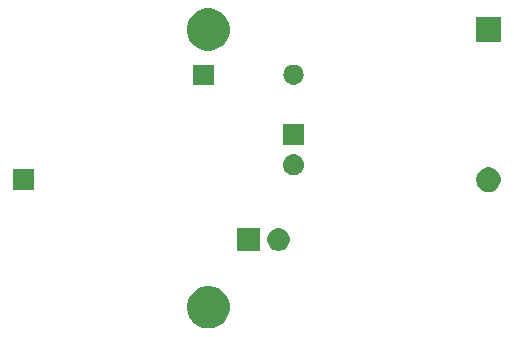
<source format=gbs>
G04 #@! TF.GenerationSoftware,KiCad,Pcbnew,(5.0.2)-1*
G04 #@! TF.CreationDate,2019-06-19T11:59:55+10:00*
G04 #@! TF.ProjectId,C-Beeper,432d4265-6570-4657-922e-6b696361645f,rev?*
G04 #@! TF.SameCoordinates,Original*
G04 #@! TF.FileFunction,Soldermask,Bot*
G04 #@! TF.FilePolarity,Negative*
%FSLAX46Y46*%
G04 Gerber Fmt 4.6, Leading zero omitted, Abs format (unit mm)*
G04 Created by KiCad (PCBNEW (5.0.2)-1) date 19/06/2019 11:59:55 AM*
%MOMM*%
%LPD*%
G01*
G04 APERTURE LIST*
%ADD10C,0.100000*%
G04 APERTURE END LIST*
D10*
G36*
X169841731Y-99233211D02*
X170169492Y-99368974D01*
X170464473Y-99566074D01*
X170715326Y-99816927D01*
X170912426Y-100111908D01*
X171048189Y-100439669D01*
X171117400Y-100787616D01*
X171117400Y-101142384D01*
X171048189Y-101490331D01*
X170912426Y-101818092D01*
X170715326Y-102113073D01*
X170464473Y-102363926D01*
X170169492Y-102561026D01*
X169841731Y-102696789D01*
X169493784Y-102766000D01*
X169139016Y-102766000D01*
X168791069Y-102696789D01*
X168463308Y-102561026D01*
X168168327Y-102363926D01*
X167917474Y-102113073D01*
X167720374Y-101818092D01*
X167584611Y-101490331D01*
X167515400Y-101142384D01*
X167515400Y-100787616D01*
X167584611Y-100439669D01*
X167720374Y-100111908D01*
X167917474Y-99816927D01*
X168168327Y-99566074D01*
X168463308Y-99368974D01*
X168791069Y-99233211D01*
X169139016Y-99164000D01*
X169493784Y-99164000D01*
X169841731Y-99233211D01*
X169841731Y-99233211D01*
G37*
G36*
X175537396Y-94335546D02*
X175710466Y-94407234D01*
X175866230Y-94511312D01*
X175998688Y-94643770D01*
X176102766Y-94799534D01*
X176174454Y-94972604D01*
X176211000Y-95156333D01*
X176211000Y-95343667D01*
X176174454Y-95527396D01*
X176102766Y-95700466D01*
X175998688Y-95856230D01*
X175866230Y-95988688D01*
X175710466Y-96092766D01*
X175537396Y-96164454D01*
X175353667Y-96201000D01*
X175166333Y-96201000D01*
X174982604Y-96164454D01*
X174809534Y-96092766D01*
X174653770Y-95988688D01*
X174521312Y-95856230D01*
X174417234Y-95700466D01*
X174345546Y-95527396D01*
X174309000Y-95343667D01*
X174309000Y-95156333D01*
X174345546Y-94972604D01*
X174417234Y-94799534D01*
X174521312Y-94643770D01*
X174653770Y-94511312D01*
X174809534Y-94407234D01*
X174982604Y-94335546D01*
X175166333Y-94299000D01*
X175353667Y-94299000D01*
X175537396Y-94335546D01*
X175537396Y-94335546D01*
G37*
G36*
X173671000Y-96201000D02*
X171769000Y-96201000D01*
X171769000Y-94299000D01*
X173671000Y-94299000D01*
X173671000Y-96201000D01*
X173671000Y-96201000D01*
G37*
G36*
X193346565Y-89159389D02*
X193537834Y-89238615D01*
X193709976Y-89353637D01*
X193856363Y-89500024D01*
X193971385Y-89672166D01*
X194050611Y-89863435D01*
X194091000Y-90066484D01*
X194091000Y-90273516D01*
X194050611Y-90476565D01*
X193971385Y-90667834D01*
X193856363Y-90839976D01*
X193709976Y-90986363D01*
X193537834Y-91101385D01*
X193346565Y-91180611D01*
X193143516Y-91221000D01*
X192936484Y-91221000D01*
X192733435Y-91180611D01*
X192542166Y-91101385D01*
X192370024Y-90986363D01*
X192223637Y-90839976D01*
X192108615Y-90667834D01*
X192029389Y-90476565D01*
X191989000Y-90273516D01*
X191989000Y-90066484D01*
X192029389Y-89863435D01*
X192108615Y-89672166D01*
X192223637Y-89500024D01*
X192370024Y-89353637D01*
X192542166Y-89238615D01*
X192733435Y-89159389D01*
X192936484Y-89119000D01*
X193143516Y-89119000D01*
X193346565Y-89159389D01*
X193346565Y-89159389D01*
G37*
G36*
X154571000Y-91071000D02*
X152769000Y-91071000D01*
X152769000Y-89269000D01*
X154571000Y-89269000D01*
X154571000Y-91071000D01*
X154571000Y-91071000D01*
G37*
G36*
X176640443Y-88005519D02*
X176706627Y-88012037D01*
X176819853Y-88046384D01*
X176876467Y-88063557D01*
X177015087Y-88137652D01*
X177032991Y-88147222D01*
X177068729Y-88176552D01*
X177170186Y-88259814D01*
X177253448Y-88361271D01*
X177282778Y-88397009D01*
X177282779Y-88397011D01*
X177366443Y-88553533D01*
X177366443Y-88553534D01*
X177417963Y-88723373D01*
X177435359Y-88900000D01*
X177417963Y-89076627D01*
X177405109Y-89119000D01*
X177366443Y-89246467D01*
X177292348Y-89385087D01*
X177282778Y-89402991D01*
X177253448Y-89438729D01*
X177170186Y-89540186D01*
X177068729Y-89623448D01*
X177032991Y-89652778D01*
X177032989Y-89652779D01*
X176876467Y-89736443D01*
X176819853Y-89753616D01*
X176706627Y-89787963D01*
X176640443Y-89794481D01*
X176574260Y-89801000D01*
X176485740Y-89801000D01*
X176419557Y-89794481D01*
X176353373Y-89787963D01*
X176240147Y-89753616D01*
X176183533Y-89736443D01*
X176027011Y-89652779D01*
X176027009Y-89652778D01*
X175991271Y-89623448D01*
X175889814Y-89540186D01*
X175806552Y-89438729D01*
X175777222Y-89402991D01*
X175767652Y-89385087D01*
X175693557Y-89246467D01*
X175654891Y-89119000D01*
X175642037Y-89076627D01*
X175624641Y-88900000D01*
X175642037Y-88723373D01*
X175693557Y-88553534D01*
X175693557Y-88553533D01*
X175777221Y-88397011D01*
X175777222Y-88397009D01*
X175806552Y-88361271D01*
X175889814Y-88259814D01*
X175991271Y-88176552D01*
X176027009Y-88147222D01*
X176044913Y-88137652D01*
X176183533Y-88063557D01*
X176240147Y-88046384D01*
X176353373Y-88012037D01*
X176419557Y-88005519D01*
X176485740Y-87999000D01*
X176574260Y-87999000D01*
X176640443Y-88005519D01*
X176640443Y-88005519D01*
G37*
G36*
X177431000Y-87261000D02*
X175629000Y-87261000D01*
X175629000Y-85459000D01*
X177431000Y-85459000D01*
X177431000Y-87261000D01*
X177431000Y-87261000D01*
G37*
G36*
X169761000Y-82131000D02*
X168059000Y-82131000D01*
X168059000Y-80429000D01*
X169761000Y-80429000D01*
X169761000Y-82131000D01*
X169761000Y-82131000D01*
G37*
G36*
X176696821Y-80441313D02*
X176696824Y-80441314D01*
X176696825Y-80441314D01*
X176857239Y-80489975D01*
X176857241Y-80489976D01*
X176857244Y-80489977D01*
X177005078Y-80568995D01*
X177134659Y-80675341D01*
X177241005Y-80804922D01*
X177320023Y-80952756D01*
X177368687Y-81113179D01*
X177385117Y-81280000D01*
X177368687Y-81446821D01*
X177320023Y-81607244D01*
X177241005Y-81755078D01*
X177134659Y-81884659D01*
X177005078Y-81991005D01*
X176857244Y-82070023D01*
X176857241Y-82070024D01*
X176857239Y-82070025D01*
X176696825Y-82118686D01*
X176696824Y-82118686D01*
X176696821Y-82118687D01*
X176571804Y-82131000D01*
X176488196Y-82131000D01*
X176363179Y-82118687D01*
X176363176Y-82118686D01*
X176363175Y-82118686D01*
X176202761Y-82070025D01*
X176202759Y-82070024D01*
X176202756Y-82070023D01*
X176054922Y-81991005D01*
X175925341Y-81884659D01*
X175818995Y-81755078D01*
X175739977Y-81607244D01*
X175691313Y-81446821D01*
X175674883Y-81280000D01*
X175691313Y-81113179D01*
X175739977Y-80952756D01*
X175818995Y-80804922D01*
X175925341Y-80675341D01*
X176054922Y-80568995D01*
X176202756Y-80489977D01*
X176202759Y-80489976D01*
X176202761Y-80489975D01*
X176363175Y-80441314D01*
X176363176Y-80441314D01*
X176363179Y-80441313D01*
X176488196Y-80429000D01*
X176571804Y-80429000D01*
X176696821Y-80441313D01*
X176696821Y-80441313D01*
G37*
G36*
X169841731Y-75738211D02*
X170169492Y-75873974D01*
X170464473Y-76071074D01*
X170715326Y-76321927D01*
X170912426Y-76616908D01*
X171048189Y-76944669D01*
X171117400Y-77292616D01*
X171117400Y-77647384D01*
X171048189Y-77995331D01*
X170912426Y-78323092D01*
X170715326Y-78618073D01*
X170464473Y-78868926D01*
X170169492Y-79066026D01*
X169841731Y-79201789D01*
X169493784Y-79271000D01*
X169139016Y-79271000D01*
X168791069Y-79201789D01*
X168463308Y-79066026D01*
X168168327Y-78868926D01*
X167917474Y-78618073D01*
X167720374Y-78323092D01*
X167584611Y-77995331D01*
X167515400Y-77647384D01*
X167515400Y-77292616D01*
X167584611Y-76944669D01*
X167720374Y-76616908D01*
X167917474Y-76321927D01*
X168168327Y-76071074D01*
X168463308Y-75873974D01*
X168791069Y-75738211D01*
X169139016Y-75669000D01*
X169493784Y-75669000D01*
X169841731Y-75738211D01*
X169841731Y-75738211D01*
G37*
G36*
X194091000Y-78521000D02*
X191989000Y-78521000D01*
X191989000Y-76419000D01*
X194091000Y-76419000D01*
X194091000Y-78521000D01*
X194091000Y-78521000D01*
G37*
M02*

</source>
